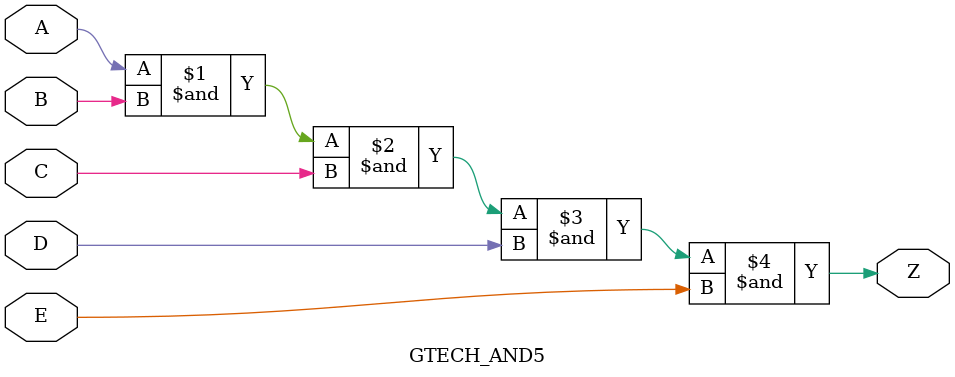
<source format=v>



module GTECH_AND5 (A, B, C, D, E, Z);  
	input A, B, C, D, E;
	output Z;

	assign Z = A & B & C & D & E;
endmodule




</source>
